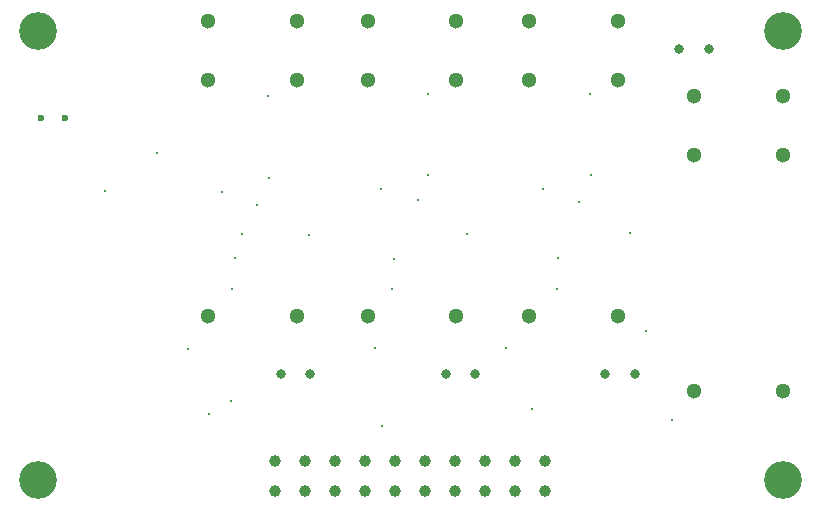
<source format=gbr>
%TF.GenerationSoftware,KiCad,Pcbnew,7.0.11-rc3*%
%TF.CreationDate,2025-03-16T23:30:25+08:00*%
%TF.ProjectId,SDC 2,53444320-322e-46b6-9963-61645f706362,rev?*%
%TF.SameCoordinates,Original*%
%TF.FileFunction,Plated,1,2,PTH,Drill*%
%TF.FilePolarity,Positive*%
%FSLAX46Y46*%
G04 Gerber Fmt 4.6, Leading zero omitted, Abs format (unit mm)*
G04 Created by KiCad (PCBNEW 7.0.11-rc3) date 2025-03-16 23:30:25*
%MOMM*%
%LPD*%
G01*
G04 APERTURE LIST*
%TA.AperFunction,ViaDrill*%
%ADD10C,0.300000*%
%TD*%
%TA.AperFunction,ComponentDrill*%
%ADD11C,0.600000*%
%TD*%
%TA.AperFunction,ComponentDrill*%
%ADD12C,0.800000*%
%TD*%
%TA.AperFunction,ComponentDrill*%
%ADD13C,1.000000*%
%TD*%
%TA.AperFunction,ComponentDrill*%
%ADD14C,1.300000*%
%TD*%
%TA.AperFunction,ComponentDrill*%
%ADD15C,3.200000*%
%TD*%
G04 APERTURE END LIST*
D10*
X62100000Y-65000000D03*
X66500000Y-61837500D03*
X69200000Y-78400000D03*
X70900000Y-83900000D03*
X72000000Y-65100000D03*
X72800000Y-82800000D03*
X72900000Y-73300000D03*
X73100000Y-70700000D03*
X73700000Y-68700000D03*
X75000000Y-66200000D03*
X75900000Y-57000000D03*
X76000000Y-63900000D03*
X79400000Y-68800000D03*
X85000000Y-78300000D03*
X85500000Y-64900000D03*
X85600000Y-84900000D03*
X86400000Y-73300000D03*
X86600000Y-70800000D03*
X88600000Y-65800000D03*
X89500000Y-56800000D03*
X89500000Y-63700000D03*
X92800000Y-68700000D03*
X96100000Y-78300000D03*
X98300000Y-83500000D03*
X99200000Y-64900000D03*
X100400000Y-73300000D03*
X100500000Y-70700000D03*
X102300000Y-66000000D03*
X103200000Y-56800000D03*
X103300000Y-63700000D03*
X106600000Y-68600000D03*
X107900000Y-76900000D03*
X110100000Y-84400000D03*
D11*
%TO.C,C5*%
X56750000Y-58862500D03*
X58750000Y-58862500D03*
D12*
%TO.C,C12*%
X77000000Y-80500000D03*
X79500000Y-80500000D03*
%TO.C,C11*%
X91000000Y-80500000D03*
X93500000Y-80500000D03*
%TO.C,C13*%
X104500000Y-80500000D03*
X107000000Y-80500000D03*
%TO.C,JP1*%
X110710000Y-53000000D03*
X113250000Y-53000000D03*
D13*
%TO.C,J1*%
X76564999Y-87860000D03*
X76564999Y-90400000D03*
X79104999Y-87860000D03*
X79104999Y-90400000D03*
X81644999Y-87860000D03*
X81644999Y-90400000D03*
X84184999Y-87860000D03*
X84184999Y-90400000D03*
X86724999Y-87860000D03*
X86724999Y-90400000D03*
X89264999Y-87860000D03*
X89264999Y-90400000D03*
X91804999Y-87860000D03*
X91804999Y-90400000D03*
X94344999Y-87860000D03*
X94344999Y-90400000D03*
X96884999Y-87860000D03*
X96884999Y-90400000D03*
X99424999Y-87860000D03*
X99424999Y-90400000D03*
D14*
%TO.C,K1*%
X70871320Y-50621320D03*
X70871320Y-55621320D03*
X70871320Y-75621320D03*
X78371320Y-50621320D03*
X78371320Y-55621320D03*
X78371320Y-75621320D03*
%TO.C,K4*%
X84371320Y-50621320D03*
X84371320Y-55621320D03*
X84371320Y-75621320D03*
X91871320Y-50621320D03*
X91871320Y-55621320D03*
X91871320Y-75621320D03*
%TO.C,K2*%
X98058820Y-50621320D03*
X98058820Y-55621320D03*
X98058820Y-75621320D03*
X105558820Y-50621320D03*
X105558820Y-55621320D03*
X105558820Y-75621320D03*
%TO.C,K3*%
X112000000Y-57000000D03*
X112000000Y-62000000D03*
X112000000Y-82000000D03*
X119500000Y-57000000D03*
X119500000Y-62000000D03*
X119500000Y-82000000D03*
D15*
%TO.C,H1*%
X56500000Y-51500000D03*
%TO.C,H4*%
X56500000Y-89500000D03*
%TO.C,H3*%
X119500000Y-51500000D03*
%TO.C,H2*%
X119500000Y-89500000D03*
M02*

</source>
